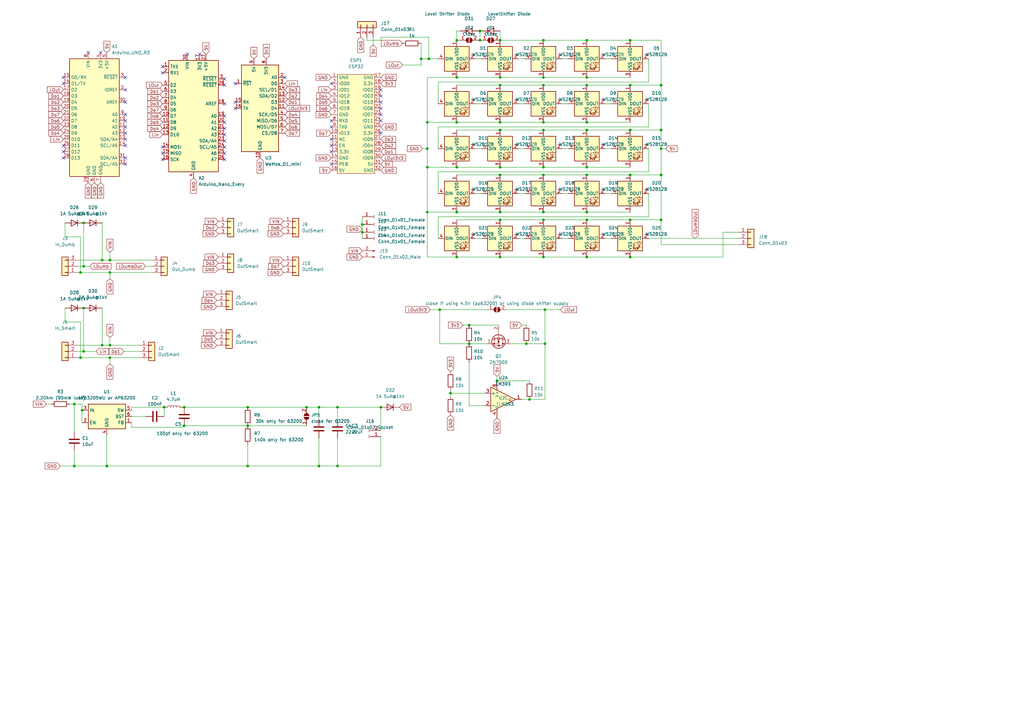
<source format=kicad_sch>
(kicad_sch (version 20230121) (generator eeschema)
  (paper "A3")
  (junction (at 240.665 71.755))
  (junction (at 187.325 31.75))
  (junction (at 45.085 106.68))
  (junction (at 258.445 105.41))
  (junction (at 223.52 127))
  (junction (at 30.48 191.135))
  (junction (at 138.43 167.005))
  (junction (at 187.325 50.165))
  (junction (at 205.105 16.51))
  (junction (at 45.085 141.605))
  (junction (at 33.655 168.275))
  (junction (at 196.85 16.51))
  (junction (at 148.59 95.25))
  (junction (at 130.81 167.005))
  (junction (at 175.895 24.13))
  (junction (at 205.105 53.34))
  (junction (at 45.085 111.76))
  (junction (at 175.26 50.165))
  (junction (at 258.445 34.925))
  (junction (at 205.105 90.17))
  (junction (at 101.6 167.005))
  (junction (at 148.59 92.075))
  (junction (at 240.665 68.58))
  (junction (at 175.26 60.96))
  (junction (at 30.48 165.735))
  (junction (at 205.105 86.995))
  (junction (at 215.9 140.97))
  (junction (at 187.325 86.995))
  (junction (at 271.145 60.96))
  (junction (at 184.785 161.29))
  (junction (at 222.885 34.925))
  (junction (at 240.665 50.165))
  (junction (at 34.29 109.22))
  (junction (at 172.72 24.13))
  (junction (at 222.885 50.165))
  (junction (at 205.105 105.41))
  (junction (at 240.665 16.51))
  (junction (at 222.885 31.75))
  (junction (at 217.17 163.83))
  (junction (at 271.145 34.925))
  (junction (at 34.29 144.145))
  (junction (at 240.665 105.41))
  (junction (at 192.405 140.97))
  (junction (at 222.885 105.41))
  (junction (at 192.405 133.35))
  (junction (at 223.52 140.97))
  (junction (at 205.105 71.755))
  (junction (at 67.31 167.005))
  (junction (at 222.885 90.17))
  (junction (at 240.665 53.34))
  (junction (at 240.665 34.925))
  (junction (at 222.885 86.995))
  (junction (at 222.885 16.51))
  (junction (at 240.665 86.995))
  (junction (at 101.6 191.135))
  (junction (at 271.145 90.17))
  (junction (at 258.445 16.51))
  (junction (at 180.34 127))
  (junction (at 205.105 31.75))
  (junction (at 43.815 191.135))
  (junction (at 75.565 174.625))
  (junction (at 34.29 91.44))
  (junction (at 175.26 68.58))
  (junction (at 222.885 53.34))
  (junction (at 205.105 34.925))
  (junction (at 240.665 90.17))
  (junction (at 271.145 71.755))
  (junction (at 34.29 126.365))
  (junction (at 33.02 111.76))
  (junction (at 187.325 105.41))
  (junction (at 187.325 16.51))
  (junction (at 41.91 106.68))
  (junction (at 258.445 53.34))
  (junction (at 41.91 141.605))
  (junction (at 222.885 71.755))
  (junction (at 130.81 191.135))
  (junction (at 203.835 156.21))
  (junction (at 156.21 167.005))
  (junction (at 175.26 86.995))
  (junction (at 240.665 31.75))
  (junction (at 33.02 146.685))
  (junction (at 258.445 71.755))
  (junction (at 138.43 191.135))
  (junction (at 75.565 167.005))
  (junction (at 196.85 12.7))
  (junction (at 271.145 53.34))
  (junction (at 125.73 167.005))
  (junction (at 258.445 90.17))
  (junction (at 101.6 174.625))
  (junction (at 222.885 68.58))
  (junction (at 205.105 68.58))
  (junction (at 45.085 146.685))
  (junction (at 205.105 50.165))
  (junction (at 187.325 68.58))
  (no_connect (at 156.21 54.61))
  (no_connect (at 51.435 67.31))
  (no_connect (at 92.075 50.165))
  (no_connect (at 92.075 62.865))
  (no_connect (at 81.915 22.225))
  (no_connect (at 51.435 46.99))
  (no_connect (at 135.89 67.31))
  (no_connect (at 51.435 54.61))
  (no_connect (at 96.52 44.45))
  (no_connect (at 135.89 52.07))
  (no_connect (at 156.21 41.91))
  (no_connect (at 26.035 31.75))
  (no_connect (at 135.89 49.53))
  (no_connect (at 135.89 62.23))
  (no_connect (at 92.075 57.785))
  (no_connect (at 92.075 42.545))
  (no_connect (at 51.435 41.91))
  (no_connect (at 96.52 34.29))
  (no_connect (at 92.075 47.625))
  (no_connect (at 135.89 34.29))
  (no_connect (at 92.075 34.925))
  (no_connect (at 66.675 62.865))
  (no_connect (at 156.21 44.45))
  (no_connect (at 51.435 64.77))
  (no_connect (at 26.035 62.23))
  (no_connect (at 51.435 36.83))
  (no_connect (at 135.89 57.15))
  (no_connect (at 26.035 34.29))
  (no_connect (at 51.435 52.07))
  (no_connect (at 156.21 39.37))
  (no_connect (at 92.075 60.325))
  (no_connect (at 26.035 59.69))
  (no_connect (at 66.675 60.325))
  (no_connect (at 51.435 57.15))
  (no_connect (at 51.435 49.53))
  (no_connect (at 66.675 29.845))
  (no_connect (at 51.435 59.69))
  (no_connect (at 51.435 31.75))
  (no_connect (at 36.195 21.59))
  (no_connect (at 26.035 64.77))
  (no_connect (at 92.075 55.245))
  (no_connect (at 92.075 65.405))
  (no_connect (at 156.21 46.99))
  (no_connect (at 41.275 21.59))
  (no_connect (at 92.075 32.385))
  (no_connect (at 76.835 22.225))
  (no_connect (at 156.21 36.83))
  (no_connect (at 66.675 27.305))
  (no_connect (at 66.675 65.405))
  (no_connect (at 92.075 52.705))
  (no_connect (at 156.21 49.53))
  (no_connect (at 96.52 41.91))
  (no_connect (at 116.84 31.75))
  (no_connect (at 135.89 59.69))
  (wire (pts (xy 205.105 31.75) (xy 187.325 31.75)))
  (wire (pts (xy 205.105 71.755) (xy 222.885 71.755)))
  (wire (pts (xy 31.75 144.145) (xy 34.29 144.145)))
  (wire (pts (xy 34.29 144.145) (xy 39.37 144.145)))
  (wire (pts (xy 101.6 167.005) (xy 125.73 167.005)))
  (wire (pts (xy 196.215 12.7) (xy 196.85 12.7)))
  (wire (pts (xy 30.48 165.735) (xy 30.48 177.165)))
  (wire (pts (xy 175.895 24.13) (xy 175.895 15.24)))
  (wire (pts (xy 194.945 79.375) (xy 197.485 79.375)))
  (wire (pts (xy 273.05 60.96) (xy 271.145 60.96)))
  (wire (pts (xy 150.495 15.24) (xy 150.495 16.51)))
  (wire (pts (xy 189.865 133.35) (xy 192.405 133.35)))
  (wire (pts (xy 26.67 97.155) (xy 33.02 97.155)))
  (wire (pts (xy 212.725 60.96) (xy 215.265 60.96)))
  (wire (pts (xy 271.145 60.96) (xy 271.145 71.755)))
  (wire (pts (xy 53.975 168.275) (xy 53.975 167.005)))
  (wire (pts (xy 240.665 16.51) (xy 258.445 16.51)))
  (wire (pts (xy 217.17 156.21) (xy 203.835 156.21)))
  (wire (pts (xy 19.05 165.735) (xy 20.955 165.735)))
  (wire (pts (xy 156.21 176.53) (xy 156.21 167.005)))
  (wire (pts (xy 45.085 111.76) (xy 62.23 111.76)))
  (wire (pts (xy 212.725 79.375) (xy 215.265 79.375)))
  (wire (pts (xy 222.885 34.925) (xy 240.665 34.925)))
  (wire (pts (xy 240.665 86.995) (xy 222.885 86.995)))
  (wire (pts (xy 205.105 68.58) (xy 187.325 68.58)))
  (wire (pts (xy 192.405 166.37) (xy 192.405 148.59)))
  (wire (pts (xy 33.02 146.685) (xy 45.085 146.685)))
  (wire (pts (xy 180.34 140.97) (xy 180.34 127)))
  (wire (pts (xy 138.43 167.005) (xy 156.21 167.005)))
  (wire (pts (xy 271.145 90.17) (xy 258.445 90.17)))
  (wire (pts (xy 31.75 141.605) (xy 41.91 141.605)))
  (wire (pts (xy 205.105 16.51) (xy 222.885 16.51)))
  (wire (pts (xy 31.75 146.685) (xy 33.02 146.685)))
  (wire (pts (xy 258.445 68.58) (xy 240.665 68.58)))
  (wire (pts (xy 240.665 71.755) (xy 258.445 71.755)))
  (wire (pts (xy 101.6 182.245) (xy 101.6 191.135)))
  (wire (pts (xy 222.885 16.51) (xy 240.665 16.51)))
  (wire (pts (xy 45.085 106.68) (xy 62.23 106.68)))
  (wire (pts (xy 180.34 127) (xy 200.025 127)))
  (wire (pts (xy 75.565 174.625) (xy 101.6 174.625)))
  (wire (pts (xy 138.43 167.005) (xy 138.43 172.085)))
  (wire (pts (xy 59.69 109.22) (xy 62.23 109.22)))
  (wire (pts (xy 212.725 42.545) (xy 215.265 42.545)))
  (wire (pts (xy 266.065 52.07) (xy 179.705 52.07)))
  (wire (pts (xy 248.285 60.96) (xy 250.825 60.96)))
  (wire (pts (xy 50.8 144.145) (xy 57.15 144.145)))
  (wire (pts (xy 187.325 53.34) (xy 205.105 53.34)))
  (wire (pts (xy 184.785 160.02) (xy 184.785 161.29)))
  (wire (pts (xy 156.21 15.24) (xy 175.895 15.24)))
  (wire (pts (xy 31.75 106.68) (xy 41.91 106.68)))
  (wire (pts (xy 187.325 34.925) (xy 205.105 34.925)))
  (wire (pts (xy 266.065 88.9) (xy 179.705 88.9)))
  (wire (pts (xy 196.85 12.7) (xy 196.85 16.51)))
  (wire (pts (xy 45.085 138.43) (xy 45.085 141.605)))
  (wire (pts (xy 222.885 50.165) (xy 240.665 50.165)))
  (wire (pts (xy 45.085 111.76) (xy 45.085 114.3)))
  (wire (pts (xy 258.445 90.17) (xy 240.665 90.17)))
  (wire (pts (xy 148.59 92.075) (xy 148.59 95.25)))
  (wire (pts (xy 271.145 53.34) (xy 271.145 60.96)))
  (wire (pts (xy 187.325 68.58) (xy 175.26 68.58)))
  (wire (pts (xy 223.52 163.83) (xy 223.52 140.97)))
  (wire (pts (xy 302.895 100.33) (xy 271.145 100.33)))
  (wire (pts (xy 45.085 146.685) (xy 45.085 149.225)))
  (wire (pts (xy 199.39 140.97) (xy 192.405 140.97)))
  (wire (pts (xy 33.02 97.155) (xy 33.02 111.76)))
  (wire (pts (xy 222.885 71.755) (xy 240.665 71.755)))
  (wire (pts (xy 205.105 86.995) (xy 187.325 86.995)))
  (wire (pts (xy 187.325 86.995) (xy 175.26 86.995)))
  (wire (pts (xy 75.565 174.625) (xy 74.93 174.625)))
  (wire (pts (xy 196.85 12.7) (xy 197.485 12.7)))
  (wire (pts (xy 222.885 53.34) (xy 240.665 53.34)))
  (wire (pts (xy 230.505 79.375) (xy 233.045 79.375)))
  (wire (pts (xy 53.975 175.26) (xy 53.975 173.355)))
  (wire (pts (xy 31.75 109.22) (xy 34.29 109.22)))
  (wire (pts (xy 153.035 15.24) (xy 153.035 18.415)))
  (wire (pts (xy 187.325 12.7) (xy 187.325 16.51)))
  (wire (pts (xy 258.445 53.34) (xy 271.145 53.34)))
  (wire (pts (xy 41.91 141.605) (xy 45.085 141.605)))
  (wire (pts (xy 205.105 53.34) (xy 222.885 53.34)))
  (wire (pts (xy 258.445 105.41) (xy 296.545 105.41)))
  (wire (pts (xy 74.93 175.26) (xy 53.975 175.26)))
  (wire (pts (xy 266.065 42.545) (xy 266.065 52.07)))
  (wire (pts (xy 266.065 97.79) (xy 302.895 97.79)))
  (wire (pts (xy 266.065 70.485) (xy 179.705 70.485)))
  (wire (pts (xy 148.59 95.25) (xy 148.59 97.79)))
  (wire (pts (xy 213.995 133.35) (xy 215.9 133.35)))
  (wire (pts (xy 34.29 91.44) (xy 34.29 109.22)))
  (wire (pts (xy 240.665 34.925) (xy 258.445 34.925)))
  (wire (pts (xy 212.725 97.79) (xy 215.265 97.79)))
  (wire (pts (xy 130.81 179.705) (xy 130.81 191.135)))
  (wire (pts (xy 240.665 50.165) (xy 258.445 50.165)))
  (wire (pts (xy 101.6 191.135) (xy 130.81 191.135)))
  (wire (pts (xy 248.285 24.13) (xy 250.825 24.13)))
  (wire (pts (xy 31.75 111.76) (xy 33.02 111.76)))
  (wire (pts (xy 258.445 34.925) (xy 271.145 34.925)))
  (wire (pts (xy 24.765 191.135) (xy 30.48 191.135)))
  (wire (pts (xy 33.02 111.76) (xy 45.085 111.76)))
  (wire (pts (xy 187.325 105.41) (xy 175.26 105.41)))
  (wire (pts (xy 175.26 105.41) (xy 175.26 86.995)))
  (wire (pts (xy 258.445 71.755) (xy 271.145 71.755)))
  (wire (pts (xy 188.595 12.7) (xy 187.325 12.7)))
  (wire (pts (xy 175.26 86.995) (xy 175.26 68.58)))
  (wire (pts (xy 266.065 60.96) (xy 266.065 70.485)))
  (wire (pts (xy 43.815 191.135) (xy 43.815 178.435)))
  (wire (pts (xy 222.885 31.75) (xy 205.105 31.75)))
  (wire (pts (xy 175.26 68.58) (xy 175.26 60.96)))
  (wire (pts (xy 176.53 127) (xy 180.34 127)))
  (wire (pts (xy 179.705 52.07) (xy 179.705 60.96)))
  (wire (pts (xy 222.885 86.995) (xy 205.105 86.995)))
  (wire (pts (xy 33.655 168.275) (xy 33.655 165.735)))
  (wire (pts (xy 184.785 161.29) (xy 184.785 162.56)))
  (wire (pts (xy 172.72 24.13) (xy 175.895 24.13)))
  (wire (pts (xy 205.105 50.165) (xy 222.885 50.165)))
  (wire (pts (xy 192.405 133.35) (xy 204.47 133.35)))
  (wire (pts (xy 215.9 140.97) (xy 223.52 140.97)))
  (wire (pts (xy 209.55 140.97) (xy 215.9 140.97)))
  (wire (pts (xy 75.565 167.005) (xy 101.6 167.005)))
  (wire (pts (xy 266.065 33.655) (xy 179.705 33.655)))
  (wire (pts (xy 194.945 60.96) (xy 197.485 60.96)))
  (wire (pts (xy 213.995 163.83) (xy 217.17 163.83)))
  (wire (pts (xy 248.285 42.545) (xy 250.825 42.545)))
  (wire (pts (xy 173.355 60.96) (xy 175.26 60.96)))
  (wire (pts (xy 74.93 174.625) (xy 74.93 175.26)))
  (wire (pts (xy 45.085 141.605) (xy 57.15 141.605)))
  (wire (pts (xy 248.285 97.79) (xy 250.825 97.79)))
  (wire (pts (xy 187.325 71.755) (xy 205.105 71.755)))
  (wire (pts (xy 230.505 42.545) (xy 233.045 42.545)))
  (wire (pts (xy 205.105 12.7) (xy 205.105 16.51)))
  (wire (pts (xy 196.85 16.51) (xy 197.485 16.51)))
  (wire (pts (xy 271.145 34.925) (xy 271.145 53.34)))
  (wire (pts (xy 296.545 105.41) (xy 296.545 95.25)))
  (wire (pts (xy 130.81 167.005) (xy 130.81 172.085)))
  (wire (pts (xy 194.945 97.79) (xy 197.485 97.79)))
  (wire (pts (xy 222.885 105.41) (xy 205.105 105.41)))
  (wire (pts (xy 26.67 91.44) (xy 26.67 97.155)))
  (wire (pts (xy 205.105 34.925) (xy 222.885 34.925)))
  (wire (pts (xy 212.725 24.13) (xy 215.265 24.13)))
  (wire (pts (xy 179.705 33.655) (xy 179.705 42.545)))
  (wire (pts (xy 53.975 167.005) (xy 67.31 167.005)))
  (wire (pts (xy 205.105 90.17) (xy 187.325 90.17)))
  (wire (pts (xy 240.665 68.58) (xy 222.885 68.58)))
  (wire (pts (xy 175.895 24.13) (xy 179.705 24.13)))
  (wire (pts (xy 248.285 79.375) (xy 250.825 79.375)))
  (wire (pts (xy 172.72 17.78) (xy 172.72 24.13)))
  (wire (pts (xy 217.17 163.83) (xy 223.52 163.83)))
  (wire (pts (xy 138.43 179.705) (xy 138.43 191.135)))
  (wire (pts (xy 28.575 165.735) (xy 30.48 165.735)))
  (wire (pts (xy 150.495 16.51) (xy 156.21 16.51)))
  (wire (pts (xy 41.91 106.68) (xy 45.085 106.68)))
  (wire (pts (xy 266.065 79.375) (xy 266.065 88.9)))
  (wire (pts (xy 175.26 31.75) (xy 175.26 50.165)))
  (wire (pts (xy 240.665 53.34) (xy 258.445 53.34)))
  (wire (pts (xy 258.445 31.75) (xy 240.665 31.75)))
  (wire (pts (xy 165.1 26.67) (xy 172.72 26.67)))
  (wire (pts (xy 33.02 132.08) (xy 33.02 146.685)))
  (wire (pts (xy 205.105 105.41) (xy 187.325 105.41)))
  (wire (pts (xy 130.81 191.135) (xy 138.43 191.135)))
  (wire (pts (xy 33.655 168.275) (xy 33.655 173.355)))
  (wire (pts (xy 266.065 24.13) (xy 266.065 33.655)))
  (wire (pts (xy 194.945 42.545) (xy 197.485 42.545)))
  (wire (pts (xy 26.67 132.08) (xy 33.02 132.08)))
  (wire (pts (xy 148.59 88.9) (xy 148.59 92.075)))
  (wire (pts (xy 101.6 174.625) (xy 125.73 174.625)))
  (wire (pts (xy 230.505 97.79) (xy 233.045 97.79)))
  (wire (pts (xy 271.145 16.51) (xy 271.145 34.925)))
  (wire (pts (xy 34.29 126.365) (xy 34.29 144.145)))
  (wire (pts (xy 240.665 31.75) (xy 222.885 31.75)))
  (wire (pts (xy 223.52 140.97) (xy 223.52 127)))
  (wire (pts (xy 271.145 71.755) (xy 271.145 90.17)))
  (wire (pts (xy 203.835 154.305) (xy 203.835 156.21)))
  (wire (pts (xy 45.085 103.505) (xy 45.085 106.68)))
  (wire (pts (xy 179.705 88.9) (xy 179.705 97.79)))
  (wire (pts (xy 207.645 127) (xy 223.52 127)))
  (wire (pts (xy 230.505 24.13) (xy 233.045 24.13)))
  (wire (pts (xy 184.785 161.29) (xy 198.755 161.29)))
  (wire (pts (xy 222.885 68.58) (xy 205.105 68.58)))
  (wire (pts (xy 240.665 90.17) (xy 222.885 90.17)))
  (wire (pts (xy 196.215 16.51) (xy 196.85 16.51)))
  (wire (pts (xy 53.975 170.815) (xy 59.69 170.815)))
  (wire (pts (xy 192.405 140.97) (xy 180.34 140.97)))
  (wire (pts (xy 187.325 50.165) (xy 205.105 50.165)))
  (wire (pts (xy 45.085 146.685) (xy 57.15 146.685)))
  (wire (pts (xy 240.665 105.41) (xy 222.885 105.41)))
  (wire (pts (xy 30.48 191.135) (xy 43.815 191.135)))
  (wire (pts (xy 179.705 70.485) (xy 179.705 79.375)))
  (wire (pts (xy 125.73 167.005) (xy 130.81 167.005)))
  (wire (pts (xy 258.445 16.51) (xy 271.145 16.51)))
  (wire (pts (xy 230.505 60.96) (xy 233.045 60.96)))
  (wire (pts (xy 156.21 179.07) (xy 156.21 191.135)))
  (wire (pts (xy 30.48 184.785) (xy 30.48 191.135)))
  (wire (pts (xy 222.885 90.17) (xy 205.105 90.17)))
  (wire (pts (xy 138.43 191.135) (xy 156.21 191.135)))
  (wire (pts (xy 156.21 16.51) (xy 156.21 15.24)))
  (wire (pts (xy 74.93 167.005) (xy 75.565 167.005)))
  (wire (pts (xy 34.29 109.22) (xy 36.83 109.22)))
  (wire (pts (xy 271.145 100.33) (xy 271.145 90.17)))
  (wire (pts (xy 30.48 165.735) (xy 33.655 165.735)))
  (wire (pts (xy 175.26 60.96) (xy 175.26 50.165)))
  (wire (pts (xy 187.325 16.51) (xy 188.595 16.51)))
  (wire (pts (xy 43.815 191.135) (xy 101.6 191.135)))
  (wire (pts (xy 67.31 167.005) (xy 67.31 170.815)))
  (wire (pts (xy 194.945 24.13) (xy 197.485 24.13)))
  (wire (pts (xy 258.445 105.41) (xy 240.665 105.41)))
  (wire (pts (xy 175.26 50.165) (xy 187.325 50.165)))
  (wire (pts (xy 172.72 24.13) (xy 172.72 26.67)))
  (wire (pts (xy 223.52 127) (xy 229.87 127)))
  (wire (pts (xy 41.91 91.44) (xy 41.91 106.68)))
  (wire (pts (xy 187.325 31.75) (xy 175.26 31.75)))
  (wire (pts (xy 130.81 167.005) (xy 138.43 167.005)))
  (wire (pts (xy 258.445 86.995) (xy 240.665 86.995)))
  (wire (pts (xy 26.67 126.365) (xy 26.67 132.08)))
  (wire (pts (xy 198.755 166.37) (xy 192.405 166.37)))
  (wire (pts (xy 296.545 95.25) (xy 302.895 95.25)))
  (wire (pts (xy 41.91 126.365) (xy 41.91 141.605)))
  (global_label "GND" (shape input) (at 89.535 95.885 180) (property "Intersheetrefs" "${INTERSHEET_REFS}" (effects hide)))
  (global_label "Do5" (shape input) (at 116.84 49.53 0) (property "Intersheetrefs" "${INTERSHEET_REFS}" (effects hide)))
  (global_label "GND" (shape input) (at 156.21 69.85 0) (property "Intersheetrefs" "${INTERSHEET_REFS}" (effects hide)))
  (global_label "GND" (shape input) (at 38.735 74.93 270) (property "Intersheetrefs" "${INTERSHEET_REFS}" (effects hide)))
  (global_label "GND" (shape input) (at 88.9 125.73 180) (property "Intersheetrefs" "${INTERSHEET_REFS}" (effects hide)))
  (global_label "Do3" (shape input) (at 156.21 57.15 0) (property "Intersheetrefs" "${INTERSHEET_REFS}" (effects hide)))
  (global_label "LDumbOut" (shape input) (at 59.69 109.22 180) (property "Intersheetrefs" "${INTERSHEET_REFS}" (effects hide)))
  (global_label "Do6" (shape input) (at 116.84 52.07 0) (property "Intersheetrefs" "${INTERSHEET_REFS}" (effects hide)))
  (global_label "LOut" (shape input) (at 66.675 34.925 180) (property "Intersheetrefs" "${INTERSHEET_REFS}" (effects hide)))
  (global_label "VIN" (shape input) (at 88.9 136.525 180) (property "Intersheetrefs" "${INTERSHEET_REFS}" (effects hide)))
  (global_label "LOut" (shape input) (at 229.87 127 0) (property "Intersheetrefs" "${INTERSHEET_REFS}" (effects hide)))
  (global_label "Do5" (shape input) (at 88.9 139.065 180) (property "Intersheetrefs" "${INTERSHEET_REFS}" (effects hide)))
  (global_label "LOut3V3" (shape input) (at 156.21 64.77 0) (property "Intersheetrefs" "${INTERSHEET_REFS}" (effects hide)))
  (global_label "Do3" (shape input) (at 66.675 42.545 180) (property "Intersheetrefs" "${INTERSHEET_REFS}" (effects hide)))
  (global_label "Do6" (shape input) (at 66.675 47.625 180) (property "Intersheetrefs" "${INTERSHEET_REFS}" (effects hide)))
  (global_label "VIN" (shape input) (at 116.205 106.68 180) (property "Intersheetrefs" "${INTERSHEET_REFS}" (effects hide)))
  (global_label "Do4" (shape input) (at 26.035 54.61 180) (property "Intersheetrefs" "${INTERSHEET_REFS}" (effects hide)))
  (global_label "Do6" (shape input) (at 116.205 93.345 180) (property "Intersheetrefs" "${INTERSHEET_REFS}" (effects hide)))
  (global_label "GND" (shape input) (at 106.68 64.77 270) (property "Intersheetrefs" "${INTERSHEET_REFS}" (effects hide)))
  (global_label "Do7" (shape input) (at 26.035 46.99 180) (property "Intersheetrefs" "${INTERSHEET_REFS}" (effects hide)))
  (global_label "LDumb" (shape input) (at 36.83 109.22 0) (property "Intersheetrefs" "${INTERSHEET_REFS}" (effects hide)))
  (global_label "Do3" (shape input) (at 26.035 44.45 180) (property "Intersheetrefs" "${INTERSHEET_REFS}" (effects hide)))
  (global_label "LOut" (shape input) (at 26.035 36.83 180) (property "Intersheetrefs" "${INTERSHEET_REFS}" (effects hide)))
  (global_label "VIN" (shape input) (at 89.535 90.805 180) (property "Intersheetrefs" "${INTERSHEET_REFS}" (effects hide)))
  (global_label "GND" (shape input) (at 116.205 95.885 180) (property "Intersheetrefs" "${INTERSHEET_REFS}" (effects hide)))
  (global_label "5V" (shape input) (at 213.995 133.35 180) (property "Intersheetrefs" "${INTERSHEET_REFS}" (effects hide)))
  (global_label "5V" (shape input) (at 104.14 24.13 90) (property "Intersheetrefs" "${INTERSHEET_REFS}" (effects hide)))
  (global_label "Lin" (shape input) (at 39.37 144.145 0) (property "Intersheetrefs" "${INTERSHEET_REFS}" (effects hide)))
  (global_label "Do2" (shape input) (at 26.035 41.91 180) (property "Intersheetrefs" "${INTERSHEET_REFS}" (effects hide)))
  (global_label "Do7" (shape input) (at 66.675 45.085 180) (property "Intersheetrefs" "${INTERSHEET_REFS}" (effects hide)))
  (global_label "Do6" (shape input) (at 135.89 44.45 180) (property "Intersheetrefs" "${INTERSHEET_REFS}" (effects hide)))
  (global_label "5V" (shape input) (at 43.815 21.59 90) (property "Intersheetrefs" "${INTERSHEET_REFS}" (effects hide)))
  (global_label "Do2" (shape input) (at 66.675 40.005 180) (property "Intersheetrefs" "${INTERSHEET_REFS}" (effects hide)))
  (global_label "LOut" (shape input) (at 165.1 26.67 180) (property "Intersheetrefs" "${INTERSHEET_REFS}" (effects hide)))
  (global_label "LOut3V3" (shape input) (at 176.53 127 180) (property "Intersheetrefs" "${INTERSHEET_REFS}" (effects hide)))
  (global_label "Lin" (shape input) (at 66.675 55.245 180) (property "Intersheetrefs" "${INTERSHEET_REFS}" (effects hide)))
  (global_label "GND" (shape input) (at 116.205 111.76 180) (property "Intersheetrefs" "${INTERSHEET_REFS}" (effects hide)))
  (global_label "VIN" (shape input) (at 45.085 138.43 90) (property "Intersheetrefs" "${INTERSHEET_REFS}" (effects hide)))
  (global_label "GND" (shape input) (at 156.21 52.07 0) (property "Intersheetrefs" "${INTERSHEET_REFS}" (effects hide)))
  (global_label "5V" (shape input) (at 135.89 69.85 180) (property "Intersheetrefs" "${INTERSHEET_REFS}" (effects hide)))
  (global_label "Do1" (shape input) (at 26.035 39.37 180) (property "Intersheetrefs" "${INTERSHEET_REFS}" (effects hide)))
  (global_label "VIN" (shape input) (at 19.05 165.735 180) (property "Intersheetrefs" "${INTERSHEET_REFS}" (effects hide)))
  (global_label "Do1" (shape input) (at 156.21 62.23 0) (property "Intersheetrefs" "${INTERSHEET_REFS}" (effects hide)))
  (global_label "GND" (shape input) (at 203.835 171.45 270) (property "Intersheetrefs" "${INTERSHEET_REFS}" (effects hide)))
  (global_label "GND" (shape input) (at 148.59 105.41 180) (property "Intersheetrefs" "${INTERSHEET_REFS}" (effects hide)))
  (global_label "5V" (shape input) (at 84.455 22.225 90) (property "Intersheetrefs" "${INTERSHEET_REFS}" (effects hide)))
  (global_label "3V3" (shape input) (at 189.865 133.35 180) (property "Intersheetrefs" "${INTERSHEET_REFS}" (effects hide)))
  (global_label "5V" (shape input) (at 153.035 18.415 270) (property "Intersheetrefs" "${INTERSHEET_REFS}" (effects hide)))
  (global_label "Lin" (shape input) (at 116.84 34.29 0) (property "Intersheetrefs" "${INTERSHEET_REFS}" (effects hide)))
  (global_label "GND" (shape input) (at 45.085 114.3 270) (property "Intersheetrefs" "${INTERSHEET_REFS}" (effects hide)))
  (global_label "VIN" (shape input) (at 148.59 102.87 180) (property "Intersheetrefs" "${INTERSHEET_REFS}" (effects hide)))
  (global_label "VIN" (shape input) (at 88.9 120.65 180) (property "Intersheetrefs" "${INTERSHEET_REFS}" (effects hide)))
  (global_label "GND" (shape input) (at 36.195 74.93 270) (property "Intersheetrefs" "${INTERSHEET_REFS}" (effects hide)))
  (global_label "GND" (shape input) (at 135.89 46.99 180) (property "Intersheetrefs" "${INTERSHEET_REFS}" (effects hide)))
  (global_label "Do2" (shape input) (at 89.535 93.345 180) (property "Intersheetrefs" "${INTERSHEET_REFS}" (effects hide)))
  (global_label "Do5" (shape input) (at 135.89 41.91 180) (property "Intersheetrefs" "${INTERSHEET_REFS}" (effects hide)))
  (global_label "Do1" (shape input) (at 116.84 41.91 0) (property "Intersheetrefs" "${INTERSHEET_REFS}" (effects hide)))
  (global_label "Do4" (shape input) (at 66.675 52.705 180) (property "Intersheetrefs" "${INTERSHEET_REFS}" (effects hide)))
  (global_label "GND" (shape input) (at 41.275 74.93 270) (property "Intersheetrefs" "${INTERSHEET_REFS}" (effects hide)))
  (global_label "Do1" (shape input) (at 66.675 37.465 180) (property "Intersheetrefs" "${INTERSHEET_REFS}" (effects hide)))
  (global_label "GND" (shape input) (at 135.89 31.75 180) (property "Intersheetrefs" "${INTERSHEET_REFS}" (effects hide)))
  (global_label "Lin" (shape input) (at 135.89 36.83 180) (property "Intersheetrefs" "${INTERSHEET_REFS}" (effects hide)))
  (global_label "GND" (shape input) (at 88.9 141.605 180) (property "Intersheetrefs" "${INTERSHEET_REFS}" (effects hide)))
  (global_label "Do4" (shape input) (at 116.84 46.99 0) (property "Intersheetrefs" "${INTERSHEET_REFS}" (effects hide)))
  (global_label "VIN" (shape input) (at 45.085 103.505 90) (property "Intersheetrefs" "${INTERSHEET_REFS}" (effects hide)))
  (global_label "Lin" (shape input) (at 26.035 57.15 180) (property "Intersheetrefs" "${INTERSHEET_REFS}" (effects hide)))
  (global_label "3V3" (shape input) (at 184.785 152.4 90) (property "Intersheetrefs" "${INTERSHEET_REFS}" (effects hide)))
  (global_label "Do6" (shape input) (at 26.035 49.53 180) (property "Intersheetrefs" "${INTERSHEET_REFS}" (effects hide)))
  (global_label "GND" (shape input) (at 156.21 31.75 0) (property "Intersheetrefs" "${INTERSHEET_REFS}" (effects hide)))
  (global_label "Do4" (shape input) (at 88.9 123.19 180) (property "Intersheetrefs" "${INTERSHEET_REFS}" (effects hide)))
  (global_label "Do2" (shape input) (at 156.21 59.69 0) (property "Intersheetrefs" "${INTERSHEET_REFS}" (effects hide)))
  (global_label "Do2" (shape input) (at 116.84 39.37 0) (property "Intersheetrefs" "${INTERSHEET_REFS}" (effects hide)))
  (global_label "GND" (shape input) (at 147.955 15.24 270) (property "Intersheetrefs" "${INTERSHEET_REFS}" (effects hide)))
  (global_label "GND" (shape input) (at 148.59 93.98 180) (property "Intersheetrefs" "${INTERSHEET_REFS}" (effects hide)))
  (global_label "3V3" (shape input) (at 109.22 24.13 90) (property "Intersheetrefs" "${INTERSHEET_REFS}" (effects hide)))
  (global_label "Do7" (shape input) (at 116.205 109.22 180) (property "Intersheetrefs" "${INTERSHEET_REFS}" (effects hide)))
  (global_label "Do1" (shape input) (at 50.8 144.145 180) (property "Intersheetrefs" "${INTERSHEET_REFS}" (effects hide)))
  (global_label "5V" (shape input) (at 156.21 67.31 0) (property "Intersheetrefs" "${INTERSHEET_REFS}" (effects hide)))
  (global_label "Do7" (shape input) (at 135.89 54.61 180) (property "Intersheetrefs" "${INTERSHEET_REFS}" (effects hide)))
  (global_label "3V3" (shape input) (at 156.21 34.29 0) (property "Intersheetrefs" "${INTERSHEET_REFS}" (effects hide)))
  (global_label "5V" (shape input) (at 163.83 167.005 0) (property "Intersheetrefs" "${INTERSHEET_REFS}" (effects hide)))
  (global_label "Do5" (shape input) (at 66.675 50.165 180) (property "Intersheetrefs" "${INTERSHEET_REFS}" (effects hide)))
  (global_label "VIN" (shape input) (at 89.535 105.41 180) (property "Intersheetrefs" "${INTERSHEET_REFS}" (effects hide)))
  (global_label "GND" (shape input) (at 24.765 191.135 180) (property "Intersheetrefs" "${INTERSHEET_REFS}" (effects hide)))
  (global_label "GND" (shape input) (at 45.085 149.225 270) (property "Intersheetrefs" "${INTERSHEET_REFS}" (effects hide)))
  (global_label "GND" (shape input) (at 89.535 110.49 180) (property "Intersheetrefs" "${INTERSHEET_REFS}" (effects hide)))
  (global_label "GND" (shape input) (at 135.89 64.77 180) (property "Intersheetrefs" "${INTERSHEET_REFS}" (effects hide)))
  (global_label "LDumb" (shape input) (at 165.1 17.78 180) (property "Intersheetrefs" "${INTERSHEET_REFS}" (effects hide)))
  (global_label "VIN" (shape input) (at 116.205 90.805 180) (property "Intersheetrefs" "${INTERSHEET_REFS}" (effects hide)))
  (global_label "Do7" (shape input) (at 116.84 54.61 0) (property "Intersheetrefs" "${INTERSHEET_REFS}" (effects hide)))
  (global_label "Do5" (shape input) (at 26.035 52.07 180) (property "Intersheetrefs" "${INTERSHEET_REFS}" (effects hide)))
  (global_label "GND" (shape input) (at 79.375 73.025 270) (property "Intersheetrefs" "${INTERSHEET_REFS}" (effects hide)))
  (global_label "LDumbOut" (shape input) (at 285.115 97.79 90) (property "Intersheetrefs" "${INTERSHEET_REFS}" (effects hide)))
  (global_label "GND" (shape input) (at 184.785 170.18 270) (property "Intersheetrefs" "${INTERSHEET_REFS}" (effects hide)))
  (global_label "5V" (shape input) (at 273.05 60.96 0) (property "Intersheetrefs" "${INTERSHEET_REFS}" (effects hide)))
  (global_label "GND" (shape input) (at 173.355 60.96 180) (property "Intersheetrefs" "${INTERSHEET_REFS}" (effects hide)))
  (global_label "Do3" (shape input) (at 89.535 107.95 180) (property "Intersheetrefs" "${INTERSHEET_REFS}" (effects hide)))
  (global_label "LOut3V3" (shape input) (at 116.84 44.45 0) (property "Intersheetrefs" "${INTERSHEET_REFS}" (effects hide)))
  (global_label "Do3" (shape input) (at 116.84 36.83 0) (property "Intersheetrefs" "${INTERSHEET_REFS}" (effects hide)))
  (global_label "Do4" (shape input) (at 135.89 39.37 180) (property "Intersheetrefs" "${INTERSHEET_REFS}" (effects hide)))
  (global_label "5V" (shape input) (at 203.835 154.305 90) (property "Intersheetrefs" "${INTERSHEET_REFS}" (effects hide)))
  (symbol (lib_id "LED:WS2812B") (at 240.665 24.13 0) (unit 1)
    (property "Reference" "D4" (at 251.46 19.7993 0))
    (property "Value" "WS2812B" (at 251.46 22.3393 0))
    (property "Footprint" "LED_SMD:LED_WS2812B_PLCC4_5.0x5.0mm_P3.2mm" (effects hide))
    (property "Datasheet" "https://cdn-shop.adafruit.com/datasheets/WS2812B.pdf" (effects hide))
    (property "LCSC" "C2843785" (effects hide))
  )
  (symbol (lib_id "Device:C") (at 30.48 180.975 0) (unit 1)
    (property "Reference" "C1" (at 33.655 179.7049 0) (effects (justify left)))
    (property "Value" "10uF" (at 33.655 182.2449 0) (effects (justify left)))
    (property "Footprint" "Capacitor_SMD:C_1206_3216Metric" (effects hide))
    (property "LCSC" "C13585" (effects hide))
  )
  (symbol (lib_id "Device:R") (at 215.9 137.16 0) (unit 1)
    (property "Reference" "R5" (at 217.805 136.525 0) (effects (justify left)))
    (property "Value" "10k" (at 217.805 139.065 0) (effects (justify left)))
    (property "Footprint" "Resistor_SMD:R_0603_1608Metric" (effects hide))
  )
  (symbol (lib_id "LED:WS2812B") (at 240.665 42.545 0) (unit 1)
    (property "Reference" "D9" (at 251.46 38.2143 0))
    (property "Value" "WS2812B" (at 251.46 40.7543 0))
    (property "Footprint" "LED_SMD:LED_WS2812B_PLCC4_5.0x5.0mm_P3.2mm" (effects hide))
    (property "Datasheet" "https://cdn-shop.adafruit.com/datasheets/WS2812B.pdf" (effects hide))
    (property "LCSC" "C2843785" (effects hide))
  )
  (symbol (lib_id "Connector:Conn_01x01_Socket") (at 153.67 88.9 0) (unit 1)
    (property "Reference" "J11" (at 154.94 87.6299 0) (effects (justify left)))
    (property "Value" "Conn_01x01_Female" (at 154.94 90.1699 0) (effects (justify left)))
    (property "Footprint" "Library:Solder_Screw_Mount" (effects hide))
  )
  (symbol (lib_id "LED:WS2812B") (at 258.445 24.13 0) (unit 1)
    (property "Reference" "D5" (at 269.24 19.7993 0))
    (property "Value" "WS2812B" (at 269.24 22.3393 0))
    (property "Footprint" "LED_SMD:LED_WS2812B_PLCC4_5.0x5.0mm_P3.2mm" (effects hide))
    (property "Datasheet" "https://cdn-shop.adafruit.com/datasheets/WS2812B.pdf" (effects hide))
    (property "LCSC" "C2843785" (effects hide))
  )
  (symbol (lib_id "Transistor_FET:2N7000") (at 204.47 138.43 270) (unit 1)
    (property "Reference" "Q1" (at 204.47 146.05 90))
    (property "Value" "2N7000" (at 204.47 148.59 90))
    (property "Footprint" "Package_TO_SOT_SMD:SOT-23" (effects hide))
    (property "Datasheet" "https://www.vishay.com/docs/70226/70226.pdf" (effects hide))
  )
  (symbol (lib_id "LED:WS2812B") (at 205.105 24.13 0) (unit 1)
    (property "Reference" "D2" (at 215.9 19.7993 0))
    (property "Value" "WS2812B" (at 215.9 22.3393 0))
    (property "Footprint" "LED_SMD:LED_WS2812B_PLCC4_5.0x5.0mm_P3.2mm" (effects hide))
    (property "Datasheet" "https://cdn-shop.adafruit.com/datasheets/WS2812B.pdf" (effects hide))
    (property "LCSC" "C2843785" (effects hide))
  )
  (symbol (lib_id "Device:C") (at 130.81 175.895 0) (unit 1)
    (property "Reference" "C3" (at 144.145 174.6249 0) (effects (justify left)))
    (property "Value" "22uF" (at 144.145 177.1649 0) (effects (justify left)))
    (property "Footprint" "Capacitor_SMD:C_1206_3216Metric" (effects hide))
    (property "LCSC" " C15008" (effects hide))
  )
  (symbol (lib_id "LED:WS2812B") (at 205.105 79.375 0) (unit 1)
    (property "Reference" "D17" (at 215.9 75.0443 0))
    (property "Value" "WS2812B" (at 215.9 77.5843 0))
    (property "Footprint" "LED_SMD:LED_WS2812B_PLCC4_5.0x5.0mm_P3.2mm" (effects hide))
    (property "Datasheet" "https://cdn-shop.adafruit.com/datasheets/WS2812B.pdf" (effects hide))
    (property "LCSC" "C2843785" (effects hide))
  )
  (symbol (lib_id "LED:WS2812B") (at 205.105 97.79 0) (unit 1)
    (property "Reference" "D22" (at 215.9 93.4593 0))
    (property "Value" "WS2812B" (at 215.9 95.9993 0))
    (property "Footprint" "LED_SMD:LED_WS2812B_PLCC4_5.0x5.0mm_P3.2mm" (effects hide))
    (property "Datasheet" "https://cdn-shop.adafruit.com/datasheets/WS2812B.pdf" (effects hide))
    (property "LCSC" "C2843785" (effects hide))
  )
  (symbol (lib_id "Device:C") (at 63.5 170.815 90) (unit 1)
    (property "Reference" "C2" (at 63.5 163.195 90))
    (property "Value" "100nF" (at 63.5 165.735 90))
    (property "Footprint" "Capacitor_SMD:C_0603_1608Metric" (effects hide))
    (property "LCSC" "C14663" (effects hide))
  )
  (symbol (lib_id "Device:R") (at 168.91 17.78 90) (unit 1)
    (property "Reference" "R1" (at 168.91 12.065 90))
    (property "Value" "1k" (at 168.91 14.605 90))
    (property "Footprint" "Resistor_SMD:R_0603_1608Metric" (effects hide))
    (property "LCSC" "C21190" (effects hide))
  )
  (symbol (lib_id "LED:WS2812B") (at 222.885 24.13 0) (unit 1)
    (property "Reference" "D3" (at 233.68 19.7993 0))
    (property "Value" "WS2812B" (at 233.68 22.3393 0))
    (property "Footprint" "LED_SMD:LED_WS2812B_PLCC4_5.0x5.0mm_P3.2mm" (effects hide))
    (property "Datasheet" "https://cdn-shop.adafruit.com/datasheets/WS2812B.pdf" (effects hide))
    (property "LCSC" "C2843785" (effects hide))
  )
  (symbol (lib_id "Connector_Generic:Conn_01x03") (at 121.285 109.22 0) (unit 1)
    (property "Reference" "J10" (at 123.825 107.9499 0) (effects (justify left)))
    (property "Value" "OutSmart" (at 123.825 110.4899 0) (effects (justify left)))
    (property "Footprint" "Connector_JST:JST_PH_B3B-PH-SM4-TB_1x03-1MP_P2.00mm_Vertical" (effects hide))
  )
  (symbol (lib_id "LED:WS2812B") (at 222.885 42.545 0) (unit 1)
    (property "Reference" "D8" (at 233.68 38.2143 0))
    (property "Value" "WS2812B" (at 233.68 40.7543 0))
    (property "Footprint" "LED_SMD:LED_WS2812B_PLCC4_5.0x5.0mm_P3.2mm" (effects hide))
    (property "Datasheet" "https://cdn-shop.adafruit.com/datasheets/WS2812B.pdf" (effects hide))
    (property "LCSC" "C2843785" (effects hide))
  )
  (symbol (lib_id "LED:WS2812B") (at 187.325 79.375 0) (unit 1)
    (property "Reference" "D16" (at 198.12 75.0443 0))
    (property "Value" "WS2812B" (at 198.12 77.5843 0))
    (property "Footprint" "LED_SMD:LED_WS2812B_PLCC4_5.0x5.0mm_P3.2mm" (effects hide))
    (property "Datasheet" "https://cdn-shop.adafruit.com/datasheets/WS2812B.pdf" (effects hide))
    (property "LCSC" "C2843785" (effects hide))
  )
  (symbol (lib_id "Device:L") (at 71.12 167.005 90) (unit 1)
    (property "Reference" "L1" (at 71.12 161.29 90))
    (property "Value" "4.7uH" (at 71.12 163.83 90))
    (property "Footprint" "Inductor_SMD:L_1210_3225Metric" (effects hide))
    (property "Datasheet" "http://www.yuden.co.jp/cs/" (effects hide))
    (property "LCSC" "C90319" (effects hide))
  )
  (symbol (lib_id "Jumper:SolderJumper_2_Open") (at 192.405 16.51 0) (unit 1)
    (property "Reference" "JP2" (at 192.405 11.43 0))
    (property "Value" "Close" (at 192.405 13.97 0))
    (property "Footprint" "Jumper:SolderJumper-2_P1.3mm_Bridged_Pad1.0x1.5mm" (effects hide))
  )
  (symbol (lib_id "MCU_Module:Arduino_Nano_Every") (at 79.375 47.625 0) (unit 1)
    (property "Reference" "A2" (at 81.3944 73.025 0) (effects (justify left)))
    (property "Value" "Arduino_Nano_Every" (at 81.3944 75.565 0) (effects (justify left)))
    (property "Footprint" "Module:Arduino_Nano" (effects hide))
    (property "Datasheet" "https://content.arduino.cc/assets/NANOEveryV3.0_sch.pdf" (effects hide))
  )
  (symbol (lib_id "Connector_Generic:Conn_01x03") (at 26.67 144.145 180) (unit 1)
    (property "Reference" "J1" (at 26.67 132.08 0))
    (property "Value" "In_Smart" (at 26.67 134.62 0))
    (property "Footprint" "Connector_JST:JST_PH_B3B-PH-SM4-TB_1x03-1MP_P2.00mm_Vertical" (effects hide))
  )
  (symbol (lib_id "Jumper:SolderJumper_2_Open") (at 125.73 170.815 90) (unit 1)
    (property "Reference" "JP5" (at 127.635 170.18 90) (effects (justify right)))
    (property "Value" "close for 63205" (at 127.635 172.72 90) (effects (justify right)))
    (property "Footprint" "Jumper:SolderJumper-2_P1.3mm_Bridged_Pad1.0x1.5mm" (effects hide))
  )
  (symbol (lib_id "LED:WS2812B") (at 205.105 42.545 0) (unit 1)
    (property "Reference" "D7" (at 215.9 38.2143 0))
    (property "Value" "WS2812B" (at 215.9 40.7543 0))
    (property "Footprint" "LED_SMD:LED_WS2812B_PLCC4_5.0x5.0mm_P3.2mm" (effects hide))
    (property "Datasheet" "https://cdn-shop.adafruit.com/datasheets/WS2812B.pdf" (effects hide))
    (property "LCSC" "C2843785" (effects hide))
  )
  (symbol (lib_id "Jumper:SolderJumper_2_Open") (at 203.835 127 0) (unit 1)
    (property "Reference" "JP4" (at 203.835 121.92 0))
    (property "Value" "close if using 4.5V (ap63200) or using diode shifter supply" (at 203.835 124.46 0))
    (property "Footprint" "Jumper:SolderJumper-2_P1.3mm_Bridged_Pad1.0x1.5mm" (effects hide))
  )
  (symbol (lib_id "Device:C") (at 75.565 170.815 180) (unit 1)
    (property "Reference" "C5" (at 71.755 173.99 0) (effects (justify right)))
    (property "Value" "100pf only for 63200" (at 64.135 177.8 0) (effects (justify right)))
    (property "Footprint" "Capacitor_SMD:C_0603_1608Metric" (effects hide))
    (property "LCSC" "C14663" (effects hide))
  )
  (symbol (lib_id "LED:WS2812B") (at 222.885 97.79 0) (unit 1)
    (property "Reference" "D23" (at 233.68 93.4593 0))
    (property "Value" "WS2812B" (at 233.68 95.9993 0))
    (property "Footprint" "LED_SMD:LED_WS2812B_PLCC4_5.0x5.0mm_P3.2mm" (effects hide))
    (property "Datasheet" "https://cdn-shop.adafruit.com/datasheets/WS2812B.pdf" (effects hide))
    (property "LCSC" "C2843785" (effects hide))
  )
  (symbol (lib_id "Device:D") (at 38.1 91.44 180) (unit 1)
    (property "Reference" "D29" (at 38.1 85.09 0))
    (property "Value" "1A 5uA@1kV" (at 38.1 87.63 0))
    (property "Footprint" "Diode_SMD:D_SOD-123F" (effects hide))
    (property "LCSC" "C64898" (effects hide))
    (property "Sim.Device" "D" (effects hide))
    (property "Sim.Pins" "1=K 2=A" (effects hide))
  )
  (symbol (lib_id "LED:WS2812B") (at 240.665 79.375 0) (unit 1)
    (property "Reference" "D19" (at 251.46 75.0443 0))
    (property "Value" "WS2812B" (at 251.46 77.5843 0))
    (property "Footprint" "LED_SMD:LED_WS2812B_PLCC4_5.0x5.0mm_P3.2mm" (effects hide))
    (property "Datasheet" "https://cdn-shop.adafruit.com/datasheets/WS2812B.pdf" (effects hide))
    (property "LCSC" "C2843785" (effects hide))
  )
  (symbol (lib_id "Connector:Conn_01x02_Pin") (at 153.67 105.41 180) (unit 1)
    (property "Reference" "J15" (at 155.575 102.8699 0) (effects (justify right)))
    (property "Value" "Conn_01x02_Male" (at 155.575 105.4099 0) (effects (justify right)))
    (property "Footprint" "Connector_AMASS:AMASS_XT60-M_1x02_P7.20mm_Vertical" (effects hide))
  )
  (symbol (lib_id "Connector_Generic:Conn_01x03") (at 94.615 93.345 0) (unit 1)
    (property "Reference" "J7" (at 97.155 92.0749 0) (effects (justify left)))
    (property "Value" "OutSmart" (at 97.155 94.6149 0) (effects (justify left)))
    (property "Footprint" "Connector_JST:JST_PH_B3B-PH-SM4-TB_1x03-1MP_P2.00mm_Vertical" (effects hide))
  )
  (symbol (lib_id "Connector:Conn_01x01_Socket") (at 153.67 95.25 0) (unit 1)
    (property "Reference" "J13" (at 154.94 93.9799 0) (effects (justify left)))
    (property "Value" "Conn_01x01_Female" (at 154.94 96.5199 0) (effects (justify left)))
    (property "Footprint" "Library:Solder_Screw_Mount" (effects hide))
  )
  (symbol (lib_id "LED:WS2812B") (at 187.325 24.13 0) (unit 1)
    (property "Reference" "D1" (at 198.12 19.7993 0))
    (property "Value" "WS2812B" (at 198.12 22.3393 0))
    (property "Footprint" "LED_SMD:LED_WS2812B_PLCC4_5.0x5.0mm_P3.2mm" (effects hide))
    (property "Datasheet" "https://cdn-shop.adafruit.com/datasheets/WS2812B.pdf" (effects hide))
    (property "LCSC" "C2843785" (effects hide))
  )
  (symbol (lib_id "Connector_Generic:Conn_01x03") (at 94.615 107.95 0) (unit 1)
    (property "Reference" "J8" (at 97.155 106.6799 0) (effects (justify left)))
    (property "Value" "OutSmart" (at 97.155 109.2199 0) (effects (justify left)))
    (property "Footprint" "Connector_JST:JST_PH_B3B-PH-SM4-TB_1x03-1MP_P2.00mm_Vertical" (effects hide))
  )
  (symbol (lib_id "LED:WS2812B") (at 187.325 60.96 0) (unit 1)
    (property "Reference" "D11" (at 198.12 56.6293 0))
    (property "Value" "WS2812B" (at 198.12 59.1693 0))
    (property "Footprint" "LED_SMD:LED_WS2812B_PLCC4_5.0x5.0mm_P3.2mm" (effects hide))
    (property "Datasheet" "https://cdn-shop.adafruit.com/datasheets/WS2812B.pdf" (effects hide))
    (property "LCSC" "C2843785" (effects hide))
  )
  (symbol (lib_id "Device:D") (at 38.1 126.365 180) (unit 1)
    (property "Reference" "D30" (at 38.1 119.38 0))
    (property "Value" "1A 5uA@1kV" (at 38.1 121.92 0))
    (property "Footprint" "Diode_SMD:D_SOD-123F" (effects hide))
    (property "LCSC" "C64898" (effects hide))
    (property "Sim.Device" "D" (effects hide))
    (property "Sim.Pins" "1=K 2=A" (effects hide))
  )
  (symbol (lib_id "LED:WS2812B") (at 222.885 60.96 0) (unit 1)
    (property "Reference" "D13" (at 233.68 56.6293 0))
    (property "Value" "WS2812B" (at 233.68 59.1693 0))
    (property "Footprint" "LED_SMD:LED_WS2812B_PLCC4_5.0x5.0mm_P3.2mm" (effects hide))
    (property "Datasheet" "https://cdn-shop.adafruit.com/datasheets/WS2812B.pdf" (effects hide))
    (property "LCSC" "C2843785" (effects hide))
  )
  (symbol (lib_id "Comparator:LM393") (at 206.375 163.83 0) (unit 1)
    (property "Reference" "U2" (at 206.375 154.94 0))
    (property "Value" "LM393" (at 206.375 157.48 0))
    (property "Footprint" "Package_SO:SOIC-8_3.9x4.9mm_P1.27mm" (effects hide))
    (property "Datasheet" "http://www.ti.com/lit/ds/symlink/lm393.pdf" (effects hide))
  )
  (symbol (lib_id "Comparator:LM393") (at 206.375 163.83 0) (unit 3)
    (property "Reference" "U2" (at 204.47 163.195 0) (effects (justify left)))
    (property "Value" "LM393" (at 204.47 165.735 0) (effects (justify left)))
    (property "Footprint" "Package_SO:SOIC-8_3.9x4.9mm_P1.27mm" (effects hide))
    (property "Datasheet" "http://www.ti.com/lit/ds/symlink/lm393.pdf" (effects hide))
  )
  (symbol (lib_id "Connector_Generic:Conn_01x03") (at 121.285 93.345 0) (unit 1)
    (property "Reference" "J9" (at 123.825 92.0749 0) (effects (justify left)))
    (property "Value" "OutSmart" (at 123.825 94.6149 0) (effects (justify left)))
    (property "Footprint" "Connector_JST:JST_PH_B3B-PH-SM4-TB_1x03-1MP_P2.00mm_Vertical" (effects hide))
  )
  (symbol (lib_id "Connector_Generic:Conn_01x03") (at 93.98 123.19 0) (unit 1)
    (property "Reference" "J5" (at 96.52 121.9199 0) (effects (justify left)))
    (property "Value" "OutSmart" (at 96.52 124.4599 0) (effects (justify left)))
    (property "Footprint" "Connector_JST:JST_PH_B3B-PH-SM4-TB_1x03-1MP_P2.00mm_Vertical" (effects hide))
  )
  (symbol (lib_id "LED:WS2812B") (at 258.445 97.79 0) (unit 1)
    (property "Reference" "D25" (at 269.24 93.4593 0))
    (property "Value" "WS2812B" (at 269.24 95.9993 0))
    (property "Footprint" "LED_SMD:LED_WS2812B_PLCC4_5.0x5.0mm_P3.2mm" (effects hide))
    (property "Datasheet" "https://cdn-shop.adafruit.com/datasheets/WS2812B.pdf" (effects hide))
    (property "LCSC" "C2843785" (effects hide))
  )
  (symbol (lib_id "Device:R") (at 101.6 170.815 0) (unit 1)
    (property "Reference" "R6" (at 104.14 170.18 0) (effects (justify left)))
    (property "Value" "30k only for 63200" (at 104.775 172.72 0) (effects (justify left)))
    (property "Footprint" "Resistor_SMD:R_0603_1608Metric" (effects hide))
  )
  (symbol (lib_id "LED:WS2812B") (at 222.885 79.375 0) (unit 1)
    (property "Reference" "D18" (at 233.68 75.0443 0))
    (property "Value" "WS2812B" (at 233.68 77.5843 0))
    (property "Footprint" "LED_SMD:LED_WS2812B_PLCC4_5.0x5.0mm_P3.2mm" (effects hide))
    (property "Datasheet" "https://cdn-shop.adafruit.com/datasheets/WS2812B.pdf" (effects hide))
    (property "LCSC" "C2843785" (effects hide))
  )
  (symbol (lib_id "Device:R") (at 184.785 166.37 0) (unit 1)
    (property "Reference" "R9" (at 186.69 165.735 0) (effects (justify left)))
    (property "Value" "10k" (at 186.69 168.275 0) (effects (justify left)))
    (property "Footprint" "Resistor_SMD:R_0603_1608Metric" (effects hide))
  )
  (symbol (lib_id "Regulator_Switching:AP63205WU") (at 43.815 170.815 0) (unit 1)
    (property "Reference" "U1" (at 43.815 160.655 0))
    (property "Value" "AP63205WU or AP63200" (at 43.815 163.195 0))
    (property "Footprint" "Package_TO_SOT_SMD:TSOT-23-6" (effects hide))
    (property "Datasheet" "https://www.diodes.com/assets/Datasheets/AP63200-AP63201-AP63203-AP63205.pdf" (effects hide))
    (property "LCSC" "C2071056" (effects hide))
  )
  (symbol (lib_id "Device:D") (at 192.405 12.7 0) (unit 1)
    (property "Reference" "D31" (at 192.405 7.62 0))
    (property "Value" "Level Shifter Diode" (at 183.515 5.715 0))
    (property "Footprint" "Diode_SMD:D_SOD-123F" (effects hide))
    (property "Sim.Device" "D" (effects hide))
    (property "Sim.Pins" "1=K 2=A" (effects hide))
  )
  (symbol (lib_id "Connector_Generic:Conn_01x03") (at 62.23 144.145 0) (unit 1)
    (property "Reference" "J2" (at 64.77 142.8749 0) (effects (justify left)))
    (property "Value" "OutSmart" (at 64.77 145.4149 0) (effects (justify left)))
    (property "Footprint" "Connector_JST:JST_PH_B3B-PH-SM4-TB_1x03-1MP_P2.00mm_Vertical" (effects hide))
  )
  (symbol (lib_id "Device:R") (at 192.405 144.78 0) (unit 1)
    (property "Reference" "R10" (at 194.31 144.145 0) (effects (justify left)))
    (property "Value" "10k" (at 194.31 146.685 0) (effects (justify left)))
    (property "Footprint" "Resistor_SMD:R_0603_1608Metric" (effects hide))
  )
  (symbol (lib_id "MCU_Module:WeMos_D1_mini") (at 106.68 44.45 0) (unit 1)
    (property "Reference" "U3" (at 108.6994 64.77 0) (effects (justify left)))
    (property "Value" "WeMos_D1_mini" (at 108.6994 67.31 0) (effects (justify left)))
    (property "Footprint" "Module:WEMOS_D1_mini_light" (effects hide))
    (property "Datasheet" "https://wiki.wemos.cc/products:d1:d1_mini#documentation" (effects hide))
  )
  (symbol (lib_id "LED:WS2812B") (at 240.665 97.79 0) (unit 1)
    (property "Reference" "D24" (at 251.46 93.4593 0))
    (property "Value" "WS2812B" (at 251.46 95.9993 0))
    (property "Footprint" "LED_SMD:LED_WS2812B_PLCC4_5.0x5.0mm_P3.2mm" (effects hide))
    (property "Datasheet" "https://cdn-shop.adafruit.com/datasheets/WS2812B.pdf" (effects hide))
    (property "LCSC" "C2843785" (effects hide))
  )
  (symbol (lib_id "Device:R") (at 217.17 160.02 0) (unit 1)
    (property "Reference" "R11" (at 219.075 159.385 0) (effects (justify left)))
    (property "Value" "10k" (at 219.075 161.925 0) (effects (justify left)))
    (property "Footprint" "Resistor_SMD:R_0603_1608Metric" (effects hide))
  )
  (symbol (lib_id "Connector_Generic:Conn_01x03") (at 150.495 10.16 90) (unit 1)
    (property "Reference" "J17" (at 156.21 9.525 90) (effects (justify right)))
    (property "Value" "Conn_01x03" (at 156.21 12.065 90) (effects (justify right)))
    (property "Footprint" "Connector_PinHeader_2.54mm:PinHeader_1x03_P2.54mm_Vertical" (effects hide))
  )
  (symbol (lib_id "Connector_Generic:Conn_01x03") (at 93.98 139.065 0) (unit 1)
    (property "Reference" "J6" (at 96.52 137.7949 0) (effects (justify left)))
    (property "Value" "OutSmart" (at 96.52 140.3349 0) (effects (justify left)))
    (property "Footprint" "Connector_JST:JST_PH_B3B-PH-SM4-TB_1x03-1MP_P2.00mm_Vertical" (effects hide))
  )
  (symbol (lib_id "Connector:Conn_01x02_Socket") (at 151.13 179.07 180) (unit 1)
    (property "Reference" "J16" (at 151.765 172.72 0))
    (property "Value" "Conn_01x02_Socket" (at 151.765 175.26 0))
    (property "Footprint" "Connector_PinHeader_2.54mm:PinHeader_1x02_P2.54mm_Vertical" (effects hide))
  )
  (symbol (lib_id "Device:R") (at 101.6 178.435 0) (unit 1)
    (property "Reference" "R7" (at 104.14 177.8 0) (effects (justify left)))
    (property "Value" "140k only for 63200" (at 104.14 180.34 0) (effects (justify left)))
    (property "Footprint" "Resistor_SMD:R_0603_1608Metric" (effects hide))
  )
  (symbol (lib_id "Device:D") (at 30.48 126.365 180) (unit 1)
    (property "Reference" "D28" (at 30.48 120.015 0))
    (property "Value" "1A 5uA@1kV" (at 30.48 122.555 0))
    (property "Footprint" "Diode_SMD:D_SOD-123F" (effects hide))
    (property "LCSC" "C64898" (effects hide))
    (property "Sim.Device" "D" (effects hide))
    (property "Sim.Pins" "1=K 2=A" (effects hide))
  )
  (symbol (lib_id "Device:R") (at 24.765 165.735 90) (unit 1)
    (property "Reference" "R3" (at 24.765 160.655 90))
    (property "Value" "2.2Ohm (90mW loss)" (at 24.765 163.195 90))
    (property "Footprint" "Resistor_SMD:R_0805_2012Metric" (effects hide))
    (property "LCSC" "C17513" (effects hide))
  )
  (symbol (lib_id "LED:WS2812B") (at 240.665 60.96 0) (unit 1)
    (property "Reference" "D14" (at 251.46 56.6293 0))
    (property "Value" "WS2812B" (at 251.46 59.1693 0))
    (property "Footprint" "LED_SMD:LED_WS2812B_PLCC4_5.0x5.0mm_P3.2mm" (effects hide))
    (property "Datasheet" "https://cdn-shop.adafruit.com/datasheets/WS2812B.pdf" (effects hide))
    (property "LCSC" "C2843785" (effects hide))
  )
  (symbol (lib_id "Connector:Conn_01x01_Socket") (at 153.67 92.075 0) (unit 1)
    (property "Reference" "J12" (at 154.94 90.8049 0) (effects (justify left)))
    (property "Value" "Conn_01x01_Female" (at 154.94 93.3449 0) (effects (justify left)))
    (property "Footprint" "Library:Solder_Screw_Mount" (effects hide))
  )
  (symbol (lib_id "LED:WS2812B") (at 258.445 79.375 0) (unit 1)
    (property "Reference" "D20" (at 269.24 75.0443 0))
    (property "Value" "WS2812B" (at 269.24 77.5843 0))
    (property "Footprint" "LED_SMD:LED_WS2812B_PLCC4_5.0x5.0mm_P3.2mm" (effects hide))
    (property "Datasheet" "https://cdn-shop.adafruit.com/datasheets/WS2812B.pdf" (effects hide))
    (property "LCSC" "C2843785" (effects hide))
  )
  (symbol (lib_id "LED:WS2812B") (at 187.325 42.545 0) (unit 1)
    (property "Reference" "D6" (at 198.12 38.2143 0))
    (property "Value" "WS2812B" (at 198.12 40.7543 0))
    (property "Footprint" "LED_SMD:LED_WS2812B_PLCC4_5.0x5.0mm_P3.2mm" (effects hide))
    (property "Datasheet" "https://cdn-shop.adafruit.com/datasheets/WS2812B.pdf" (effects hide))
    (property "LCSC" "C2843785" (effects hide))
  )
  (symbol (lib_id "Connector_Generic:Conn_01x03") (at 26.67 109.22 180) (unit 1)
    (property "Reference" "J3" (at 26.67 97.79 0))
    (property "Value" "In_Dumb" (at 26.67 100.33 0))
    (property "Footprint" "Connector_JST:JST_PH_B3B-PH-SM4-TB_1x03-1MP_P2.00mm_Vertical" (effects hide))
    (property "LCSC" "C2688785" (effects hide))
  )
  (symbol (lib_id "project-parts:ESP32") (at 149.86 26.67 0) (unit 1)
    (property "Reference" "ESP1" (at 146.05 24.765 0))
    (property "Value" "ESP32" (at 146.05 27.305 0))
    (property "Footprint" "Library:Luatos" (effects hide))
  )
  (symbol (lib_id "LED:WS2812B") (at 187.325 97.79 0) (unit 1)
    (property "Reference" "D21" (at 198.12 93.4593 0))
    (property "Value" "WS2812B" (at 198.12 95.9993 0))
    (property "Footprint" "LED_SMD:LED_WS2812B_PLCC4_5.0x5.0mm_P3.2mm" (effects hide))
    (property "Datasheet" "https://cdn-shop.adafruit.com/datasheets/WS2812B.pdf" (effects hide))
    (property "LCSC" "C2843785" (effects hide))
  )
  (symbol (lib_id "LED:WS2812B") (at 258.445 42.545 0) (unit 1)
    (property "Reference" "D10" (at 269.24 38.2143 0))
    (property "Value" "WS2812B" (at 269.24 40.7543 0))
    (property "Footprint" "LED_SMD:LED_WS2812B_PLCC4_5.0x5.0mm_P3.2mm" (effects hide))
    (property "Datasheet" "https://cdn-shop.adafruit.com/datasheets/WS2812B.pdf" (effects hide))
    (property "LCSC" "C2843785" (effects hide))
  )
  (symbol (lib_id "Connector_Generic:Conn_01x03") (at 307.975 97.79 0) (unit 1)
    (property "Reference" "J18" (at 311.15 97.155 0) (effects (justify left)))
    (property "Value" "Conn_01x03" (at 311.15 99.695 0) (effects (justify left)))
    (property "Footprint" "Connector_PinHeader_2.54mm:PinHeader_1x03_P2.54mm_Vertical" (effects hide))
  )
  (symbol (lib_id "Device:D") (at 30.48 91.44 180) (unit 1)
    (property "Reference" "D26" (at 30.48 85.09 0))
    (property "Value" "1A 5uA@1kV" (at 30.48 87.63 0))
    (property "Footprint" "Diode_SMD:D_SOD-123F" (effects hide))
    (property "LCSC" "C64898" (effects hide))
    (property "Sim.Device" "D" (effects hide))
    (property "Sim.Pins" "1=K 2=A" (effects hide))
  )
  (symbol (lib_id "LED:WS2812B") (at 205.105 60.96 0) (unit 1)
    (property "Reference" "D12" (at 215.9 56.6293 0))
    (property "Value" "WS2812B" (at 215.9 59.1693 0))
    (property "Footprint" "LED_SMD:LED_WS2812B_PLCC4_5.0x5.0mm_P3.2mm" (effects hide))
    (property "Datasheet" "https://cdn-shop.adafruit.com/datasheets/WS2812B.pdf" (effects hide))
    (property "LCSC" "C2843785" (effects hide))
  )
  (symbol (lib_id "LED:WS2812B") (at 258.445 60.96 0) (unit 1)
    (property "Reference" "D15" (at 269.24 56.6293 0))
    (property "Value" "WS2812B" (at 269.24 59.1693 0))
    (property "Footprint" "LED_SMD:LED_WS2812B_PLCC4_5.0x5.0mm_P3.2mm" (effects hide))
    (property "Datasheet" "https://cdn-shop.adafruit.com/datasheets/WS2812B.pdf" (effects hide))
    (property "LCSC" "C2843785" (effects hide))
  )
  (symbol (lib_id "Jumper:SolderJumper_2_Open") (at 201.295 16.51 0) (unit 1)
    (property "Reference" "JP1" (at 201.295 11.43 0))
    (property "Value" "Close" (at 201.295 13.97 0))
    (property "Footprint" "Jumper:SolderJumper-2_P1.3mm_Bridged_Pad1.0x1.5mm" (effects hide))
  )
  (symbol (lib_id "Connector_Generic:Conn_01x03") (at 67.31 109.22 0) (unit 1)
    (property "Reference" "J4" (at 70.485 107.9499 0) (effects (justify left)))
    (property "Value" "Out_Dumb" (at 70.485 110.4899 0) (effects (justify left)))
    (property "Footprint" "Connector_JST:JST_PH_B3B-PH-SM4-TB_1x03-1MP_P2.00mm_Vertical" (effects hide))
    (property "LCSC" "C2688785" (effects hide))
  )
  (symbol (lib_id "Device:C") (at 138.43 175.895 0) (unit 1)
    (property "Reference" "C4" (at 141.605 174.6249 0) (effects (justify left)))
    (property "Value" "22uF" (at 141.605 177.1649 0) (effects (justify left)))
    (property "Footprint" "Capacitor_SMD:C_1206_3216Metric" (effects hide))
    (property "LCSC" " C15008" (effects hide))
  )
  (symbol (lib_id "MCU_Module:Arduino_UNO_R3") (at 38.735 46.99 0) (unit 1)
    (property "Reference" "A1" (at 45.8344 19.05 0) (effects (justify left)))
    (property "Value" "Arduino_UNO_R3" (at 45.8344 21.59 0) (effects (justify left)))
    (property "Footprint" "Module:Arduino_UNO_R3" (effects hide))
    (property "Datasheet" "https://www.arduino.cc/en/Main/arduinoBoardUno" (effects hide))
  )
  (symbol (lib_id "Device:R") (at 184.785 156.21 0) (unit 1)
    (property "Reference" "R8" (at 186.69 155.575 0) (effects (justify left)))
    (property "Value" "10k" (at 186.69 158.115 0) (effects (justify left)))
    (property "Footprint" "Resistor_SMD:R_0603_1608Metric" (effects hide))
  )
  (symbol (lib_id "Device:D") (at 201.295 12.7 0) (unit 1)
    (property "Reference" "D27" (at 201.295 7.62 0))
    (property "Value" "LevelShifter Diode" (at 208.915 5.715 0))
    (property "Footprint" "Diode_SMD:D_SOD-123F" (effects hide))
    (property "Sim.Device" "D" (effects hide))
    (property "Sim.Pins" "1=K 2=A" (effects hide))
  )
  (symbol (lib_id "Device:R") (at 192.405 137.16 0) (unit 1)
    (property "Reference" "R4" (at 194.31 136.525 0) (effects (justify left)))
    (property "Value" "10k" (at 194.31 139.065 0) (effects (justify left)))
    (property "Footprint" "Resistor_SMD:R_0603_1608Metric" (effects hide))
  )
  (symbol (lib_id "Connector:Conn_01x01_Socket") (at 153.67 97.79 0) (unit 1)
    (property "Reference" "J14" (at 154.94 96.5199 0) (effects (justify left)))
    (property "Value" "Conn_01x01_Female" (at 154.94 99.0599 0) (effects (justify left)))
    (property "Footprint" "Library:Solder_Screw_Mount" (effects hide))
  )
  (symbol (lib_id "Device:D") (at 160.02 167.005 180) (unit 1)
    (property "Reference" "D32" (at 160.02 160.02 0))
    (property "Value" "1A 5uA@1kV" (at 160.02 162.56 0))
    (property "Footprint" "Diode_SMD:D_SOD-123F" (effects hide))
    (property "LCSC" "C64898" (effects hide))
    (property "Sim.Device" "D" (effects hide))
    (property "Sim.Pins" "1=K 2=A" (effects hide))
  )
)
</source>
